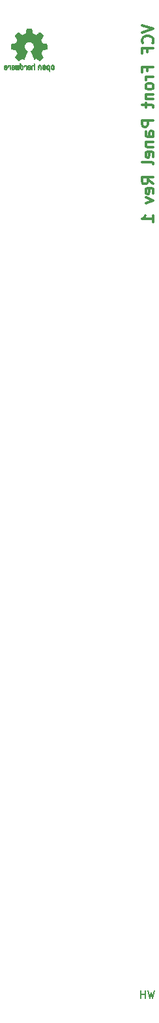
<source format=gbr>
G04 #@! TF.GenerationSoftware,KiCad,Pcbnew,(5.1.4-0-10_14)*
G04 #@! TF.CreationDate,2019-10-08T20:58:50-07:00*
G04 #@! TF.ProjectId,VCF_Front_Panel,5643465f-4672-46f6-9e74-5f50616e656c,rev?*
G04 #@! TF.SameCoordinates,Original*
G04 #@! TF.FileFunction,Legend,Bot*
G04 #@! TF.FilePolarity,Positive*
%FSLAX46Y46*%
G04 Gerber Fmt 4.6, Leading zero omitted, Abs format (unit mm)*
G04 Created by KiCad (PCBNEW (5.1.4-0-10_14)) date 2019-10-08 20:58:50*
%MOMM*%
%LPD*%
G04 APERTURE LIST*
%ADD10C,0.150000*%
%ADD11C,0.300000*%
%ADD12C,0.010000*%
G04 APERTURE END LIST*
D10*
X108013380Y-166330380D02*
X107775285Y-167330380D01*
X107584809Y-166616095D01*
X107394333Y-167330380D01*
X107156238Y-166330380D01*
X106775285Y-167330380D02*
X106775285Y-166330380D01*
X106775285Y-166806571D02*
X106203857Y-166806571D01*
X106203857Y-167330380D02*
X106203857Y-166330380D01*
D11*
X106366571Y-40828142D02*
X107866571Y-41328142D01*
X106366571Y-41828142D01*
X107723714Y-43185285D02*
X107795142Y-43113857D01*
X107866571Y-42899571D01*
X107866571Y-42756714D01*
X107795142Y-42542428D01*
X107652285Y-42399571D01*
X107509428Y-42328142D01*
X107223714Y-42256714D01*
X107009428Y-42256714D01*
X106723714Y-42328142D01*
X106580857Y-42399571D01*
X106438000Y-42542428D01*
X106366571Y-42756714D01*
X106366571Y-42899571D01*
X106438000Y-43113857D01*
X106509428Y-43185285D01*
X107080857Y-44328142D02*
X107080857Y-43828142D01*
X107866571Y-43828142D02*
X106366571Y-43828142D01*
X106366571Y-44542428D01*
X107080857Y-46756714D02*
X107080857Y-46256714D01*
X107866571Y-46256714D02*
X106366571Y-46256714D01*
X106366571Y-46971000D01*
X107866571Y-47542428D02*
X106866571Y-47542428D01*
X107152285Y-47542428D02*
X107009428Y-47613857D01*
X106938000Y-47685285D01*
X106866571Y-47828142D01*
X106866571Y-47971000D01*
X107866571Y-48685285D02*
X107795142Y-48542428D01*
X107723714Y-48471000D01*
X107580857Y-48399571D01*
X107152285Y-48399571D01*
X107009428Y-48471000D01*
X106938000Y-48542428D01*
X106866571Y-48685285D01*
X106866571Y-48899571D01*
X106938000Y-49042428D01*
X107009428Y-49113857D01*
X107152285Y-49185285D01*
X107580857Y-49185285D01*
X107723714Y-49113857D01*
X107795142Y-49042428D01*
X107866571Y-48899571D01*
X107866571Y-48685285D01*
X106866571Y-49828142D02*
X107866571Y-49828142D01*
X107009428Y-49828142D02*
X106938000Y-49899571D01*
X106866571Y-50042428D01*
X106866571Y-50256714D01*
X106938000Y-50399571D01*
X107080857Y-50471000D01*
X107866571Y-50471000D01*
X106866571Y-50971000D02*
X106866571Y-51542428D01*
X106366571Y-51185285D02*
X107652285Y-51185285D01*
X107795142Y-51256714D01*
X107866571Y-51399571D01*
X107866571Y-51542428D01*
X107866571Y-53185285D02*
X106366571Y-53185285D01*
X106366571Y-53756714D01*
X106438000Y-53899571D01*
X106509428Y-53971000D01*
X106652285Y-54042428D01*
X106866571Y-54042428D01*
X107009428Y-53971000D01*
X107080857Y-53899571D01*
X107152285Y-53756714D01*
X107152285Y-53185285D01*
X107866571Y-55328142D02*
X107080857Y-55328142D01*
X106938000Y-55256714D01*
X106866571Y-55113857D01*
X106866571Y-54828142D01*
X106938000Y-54685285D01*
X107795142Y-55328142D02*
X107866571Y-55185285D01*
X107866571Y-54828142D01*
X107795142Y-54685285D01*
X107652285Y-54613857D01*
X107509428Y-54613857D01*
X107366571Y-54685285D01*
X107295142Y-54828142D01*
X107295142Y-55185285D01*
X107223714Y-55328142D01*
X106866571Y-56042428D02*
X107866571Y-56042428D01*
X107009428Y-56042428D02*
X106938000Y-56113857D01*
X106866571Y-56256714D01*
X106866571Y-56471000D01*
X106938000Y-56613857D01*
X107080857Y-56685285D01*
X107866571Y-56685285D01*
X107795142Y-57971000D02*
X107866571Y-57828142D01*
X107866571Y-57542428D01*
X107795142Y-57399571D01*
X107652285Y-57328142D01*
X107080857Y-57328142D01*
X106938000Y-57399571D01*
X106866571Y-57542428D01*
X106866571Y-57828142D01*
X106938000Y-57971000D01*
X107080857Y-58042428D01*
X107223714Y-58042428D01*
X107366571Y-57328142D01*
X107866571Y-58899571D02*
X107795142Y-58756714D01*
X107652285Y-58685285D01*
X106366571Y-58685285D01*
X107866571Y-61471000D02*
X107152285Y-60971000D01*
X107866571Y-60613857D02*
X106366571Y-60613857D01*
X106366571Y-61185285D01*
X106438000Y-61328142D01*
X106509428Y-61399571D01*
X106652285Y-61471000D01*
X106866571Y-61471000D01*
X107009428Y-61399571D01*
X107080857Y-61328142D01*
X107152285Y-61185285D01*
X107152285Y-60613857D01*
X107795142Y-62685285D02*
X107866571Y-62542428D01*
X107866571Y-62256714D01*
X107795142Y-62113857D01*
X107652285Y-62042428D01*
X107080857Y-62042428D01*
X106938000Y-62113857D01*
X106866571Y-62256714D01*
X106866571Y-62542428D01*
X106938000Y-62685285D01*
X107080857Y-62756714D01*
X107223714Y-62756714D01*
X107366571Y-62042428D01*
X106866571Y-63256714D02*
X107866571Y-63613857D01*
X106866571Y-63971000D01*
X107866571Y-66471000D02*
X107866571Y-65613857D01*
X107866571Y-66042428D02*
X106366571Y-66042428D01*
X106580857Y-65899571D01*
X106723714Y-65756714D01*
X106795142Y-65613857D01*
D12*
G36*
X91590090Y-41311348D02*
G01*
X91511546Y-41311778D01*
X91454702Y-41312942D01*
X91415895Y-41315207D01*
X91391462Y-41318940D01*
X91377738Y-41324506D01*
X91371060Y-41332273D01*
X91367764Y-41342605D01*
X91367444Y-41343943D01*
X91362438Y-41368079D01*
X91353171Y-41415701D01*
X91340608Y-41481741D01*
X91325713Y-41561128D01*
X91309449Y-41648796D01*
X91308881Y-41651875D01*
X91292590Y-41737789D01*
X91277348Y-41813696D01*
X91264139Y-41875045D01*
X91253946Y-41917282D01*
X91247752Y-41935855D01*
X91247457Y-41936184D01*
X91229212Y-41945253D01*
X91191595Y-41960367D01*
X91142729Y-41978262D01*
X91142457Y-41978358D01*
X91080907Y-42001493D01*
X91008343Y-42030965D01*
X90939943Y-42060597D01*
X90936706Y-42062062D01*
X90825298Y-42112626D01*
X90578601Y-41944160D01*
X90502923Y-41892803D01*
X90434369Y-41846889D01*
X90376912Y-41809030D01*
X90334524Y-41781837D01*
X90311175Y-41767921D01*
X90308958Y-41766889D01*
X90291990Y-41771484D01*
X90260299Y-41793655D01*
X90212648Y-41834447D01*
X90147802Y-41894905D01*
X90081603Y-41959227D01*
X90017786Y-42022612D01*
X89960671Y-42080451D01*
X89913695Y-42129175D01*
X89880297Y-42165210D01*
X89863915Y-42184984D01*
X89863306Y-42186002D01*
X89861495Y-42199572D01*
X89868317Y-42221733D01*
X89885460Y-42255478D01*
X89914607Y-42303800D01*
X89957445Y-42369692D01*
X90014552Y-42454517D01*
X90065234Y-42529177D01*
X90110539Y-42596140D01*
X90147850Y-42651516D01*
X90174548Y-42691420D01*
X90188015Y-42711962D01*
X90188863Y-42713356D01*
X90187219Y-42733038D01*
X90174755Y-42771293D01*
X90153952Y-42820889D01*
X90146538Y-42836728D01*
X90114186Y-42907290D01*
X90079672Y-42987353D01*
X90051635Y-43056629D01*
X90031432Y-43108045D01*
X90015385Y-43147119D01*
X90006112Y-43167541D01*
X90004959Y-43169114D01*
X89987904Y-43171721D01*
X89947702Y-43178863D01*
X89889698Y-43189523D01*
X89819237Y-43202685D01*
X89741665Y-43217333D01*
X89662328Y-43232449D01*
X89586569Y-43247018D01*
X89519736Y-43260022D01*
X89467172Y-43270445D01*
X89434224Y-43277270D01*
X89426143Y-43279199D01*
X89417795Y-43283962D01*
X89411494Y-43294718D01*
X89406955Y-43315098D01*
X89403896Y-43348734D01*
X89402033Y-43399255D01*
X89401082Y-43470292D01*
X89400760Y-43565476D01*
X89400743Y-43604492D01*
X89400743Y-43921799D01*
X89476943Y-43936839D01*
X89519337Y-43944995D01*
X89582600Y-43956899D01*
X89659038Y-43971116D01*
X89740957Y-43986210D01*
X89763600Y-43990355D01*
X89839194Y-44005053D01*
X89905047Y-44019505D01*
X89955634Y-44032375D01*
X89985426Y-44042322D01*
X89990388Y-44045287D01*
X90002574Y-44066283D01*
X90020047Y-44106967D01*
X90039423Y-44159322D01*
X90043266Y-44170600D01*
X90068661Y-44240523D01*
X90100183Y-44319418D01*
X90131031Y-44390266D01*
X90131183Y-44390595D01*
X90182553Y-44501733D01*
X90013601Y-44750253D01*
X89844648Y-44998772D01*
X90061571Y-45216058D01*
X90127181Y-45280726D01*
X90187021Y-45337733D01*
X90237733Y-45384033D01*
X90275954Y-45416584D01*
X90298325Y-45432343D01*
X90301534Y-45433343D01*
X90320374Y-45425469D01*
X90358820Y-45403578D01*
X90412670Y-45370267D01*
X90477724Y-45328131D01*
X90548060Y-45280943D01*
X90619445Y-45232810D01*
X90683092Y-45190928D01*
X90734959Y-45157871D01*
X90771005Y-45136218D01*
X90787133Y-45128543D01*
X90806811Y-45135037D01*
X90844125Y-45152150D01*
X90891379Y-45176326D01*
X90896388Y-45179013D01*
X90960023Y-45210927D01*
X91003659Y-45226579D01*
X91030798Y-45226745D01*
X91044943Y-45212204D01*
X91045025Y-45212000D01*
X91052095Y-45194779D01*
X91068958Y-45153899D01*
X91094305Y-45092525D01*
X91126829Y-45013819D01*
X91165222Y-44920947D01*
X91208178Y-44817072D01*
X91249778Y-44716502D01*
X91295496Y-44605516D01*
X91337474Y-44502703D01*
X91374452Y-44411215D01*
X91405173Y-44334201D01*
X91428378Y-44274815D01*
X91442810Y-44236209D01*
X91447257Y-44221800D01*
X91436104Y-44205272D01*
X91406931Y-44178930D01*
X91368029Y-44149887D01*
X91257243Y-44058039D01*
X91170649Y-43952759D01*
X91109284Y-43836266D01*
X91074185Y-43710776D01*
X91066392Y-43578507D01*
X91072057Y-43517457D01*
X91102922Y-43390795D01*
X91156080Y-43278941D01*
X91228233Y-43183001D01*
X91316083Y-43104076D01*
X91416335Y-43043270D01*
X91525690Y-43001687D01*
X91640853Y-42980428D01*
X91758525Y-42980599D01*
X91875410Y-43003301D01*
X91988211Y-43049638D01*
X92093631Y-43120713D01*
X92137632Y-43160911D01*
X92222021Y-43264129D01*
X92280778Y-43376925D01*
X92314296Y-43496010D01*
X92322965Y-43618095D01*
X92307177Y-43739893D01*
X92267322Y-43858116D01*
X92203793Y-43969475D01*
X92116979Y-44070684D01*
X92019971Y-44149887D01*
X91979563Y-44180162D01*
X91951018Y-44206219D01*
X91940743Y-44221825D01*
X91946123Y-44238843D01*
X91961425Y-44279500D01*
X91985388Y-44340642D01*
X92016756Y-44419119D01*
X92054268Y-44511780D01*
X92096667Y-44615472D01*
X92138337Y-44716526D01*
X92184310Y-44827607D01*
X92226893Y-44930541D01*
X92264779Y-45022165D01*
X92296660Y-45099316D01*
X92321229Y-45158831D01*
X92337180Y-45197544D01*
X92343090Y-45212000D01*
X92357052Y-45226685D01*
X92384060Y-45226642D01*
X92427587Y-45211099D01*
X92491110Y-45179284D01*
X92491612Y-45179013D01*
X92539440Y-45154323D01*
X92578103Y-45136338D01*
X92599905Y-45128614D01*
X92600867Y-45128543D01*
X92617279Y-45136378D01*
X92653513Y-45158165D01*
X92705526Y-45191328D01*
X92769275Y-45233291D01*
X92839940Y-45280943D01*
X92911884Y-45329191D01*
X92976726Y-45371151D01*
X93030265Y-45404227D01*
X93068303Y-45425821D01*
X93086467Y-45433343D01*
X93103192Y-45423457D01*
X93136820Y-45395826D01*
X93183990Y-45353495D01*
X93241342Y-45299505D01*
X93305516Y-45236899D01*
X93326503Y-45215983D01*
X93543501Y-44998623D01*
X93378332Y-44756220D01*
X93328136Y-44681781D01*
X93284081Y-44614972D01*
X93248638Y-44559665D01*
X93224281Y-44519729D01*
X93213478Y-44499036D01*
X93213162Y-44497563D01*
X93218857Y-44478058D01*
X93234174Y-44438822D01*
X93256463Y-44386430D01*
X93272107Y-44351355D01*
X93301359Y-44284201D01*
X93328906Y-44216358D01*
X93350263Y-44159034D01*
X93356065Y-44141572D01*
X93372548Y-44094938D01*
X93388660Y-44058905D01*
X93397510Y-44045287D01*
X93417040Y-44036952D01*
X93459666Y-44025137D01*
X93519855Y-44011181D01*
X93592078Y-43996422D01*
X93624400Y-43990355D01*
X93706478Y-43975273D01*
X93785205Y-43960669D01*
X93852891Y-43947980D01*
X93901840Y-43938642D01*
X93911057Y-43936839D01*
X93987257Y-43921799D01*
X93987257Y-43604492D01*
X93987086Y-43500154D01*
X93986384Y-43421213D01*
X93984866Y-43364038D01*
X93982251Y-43324999D01*
X93978254Y-43300465D01*
X93972591Y-43286805D01*
X93964980Y-43280389D01*
X93961857Y-43279199D01*
X93943022Y-43274980D01*
X93901412Y-43266562D01*
X93842370Y-43254961D01*
X93771243Y-43241195D01*
X93693375Y-43226280D01*
X93614113Y-43211232D01*
X93538802Y-43197069D01*
X93472787Y-43184806D01*
X93421413Y-43175461D01*
X93390025Y-43170050D01*
X93383041Y-43169114D01*
X93376715Y-43156596D01*
X93362710Y-43123246D01*
X93343645Y-43075377D01*
X93336366Y-43056629D01*
X93307004Y-42984195D01*
X93272429Y-42904170D01*
X93241463Y-42836728D01*
X93218677Y-42785159D01*
X93203518Y-42742785D01*
X93198458Y-42716834D01*
X93199264Y-42713356D01*
X93209959Y-42696936D01*
X93234380Y-42660417D01*
X93269905Y-42607687D01*
X93313913Y-42542635D01*
X93363783Y-42469151D01*
X93373644Y-42454645D01*
X93431508Y-42368704D01*
X93474044Y-42303261D01*
X93502946Y-42255304D01*
X93519910Y-42221820D01*
X93526633Y-42199795D01*
X93524810Y-42186217D01*
X93524764Y-42186131D01*
X93510414Y-42168297D01*
X93478677Y-42133817D01*
X93432990Y-42086268D01*
X93376796Y-42029222D01*
X93313532Y-41966255D01*
X93306398Y-41959227D01*
X93226670Y-41882020D01*
X93165143Y-41825330D01*
X93120579Y-41788110D01*
X93091743Y-41769315D01*
X93079042Y-41766889D01*
X93060506Y-41777471D01*
X93022039Y-41801916D01*
X92967614Y-41837612D01*
X92901202Y-41881947D01*
X92826775Y-41932311D01*
X92809399Y-41944160D01*
X92562703Y-42112626D01*
X92451294Y-42062062D01*
X92383543Y-42032595D01*
X92310817Y-42002959D01*
X92248297Y-41979330D01*
X92245543Y-41978358D01*
X92196640Y-41960457D01*
X92158943Y-41945320D01*
X92140575Y-41936210D01*
X92140544Y-41936184D01*
X92134715Y-41919717D01*
X92124808Y-41879219D01*
X92111805Y-41819242D01*
X92096691Y-41744340D01*
X92080448Y-41659064D01*
X92079119Y-41651875D01*
X92062825Y-41564014D01*
X92047867Y-41484260D01*
X92035209Y-41417681D01*
X92025814Y-41369347D01*
X92020646Y-41344325D01*
X92020556Y-41343943D01*
X92017411Y-41333299D01*
X92011296Y-41325262D01*
X91998547Y-41319467D01*
X91975500Y-41315547D01*
X91938491Y-41313135D01*
X91883856Y-41311865D01*
X91807933Y-41311371D01*
X91707056Y-41311286D01*
X91694000Y-41311286D01*
X91590090Y-41311348D01*
X91590090Y-41311348D01*
G37*
X91590090Y-41311348D02*
X91511546Y-41311778D01*
X91454702Y-41312942D01*
X91415895Y-41315207D01*
X91391462Y-41318940D01*
X91377738Y-41324506D01*
X91371060Y-41332273D01*
X91367764Y-41342605D01*
X91367444Y-41343943D01*
X91362438Y-41368079D01*
X91353171Y-41415701D01*
X91340608Y-41481741D01*
X91325713Y-41561128D01*
X91309449Y-41648796D01*
X91308881Y-41651875D01*
X91292590Y-41737789D01*
X91277348Y-41813696D01*
X91264139Y-41875045D01*
X91253946Y-41917282D01*
X91247752Y-41935855D01*
X91247457Y-41936184D01*
X91229212Y-41945253D01*
X91191595Y-41960367D01*
X91142729Y-41978262D01*
X91142457Y-41978358D01*
X91080907Y-42001493D01*
X91008343Y-42030965D01*
X90939943Y-42060597D01*
X90936706Y-42062062D01*
X90825298Y-42112626D01*
X90578601Y-41944160D01*
X90502923Y-41892803D01*
X90434369Y-41846889D01*
X90376912Y-41809030D01*
X90334524Y-41781837D01*
X90311175Y-41767921D01*
X90308958Y-41766889D01*
X90291990Y-41771484D01*
X90260299Y-41793655D01*
X90212648Y-41834447D01*
X90147802Y-41894905D01*
X90081603Y-41959227D01*
X90017786Y-42022612D01*
X89960671Y-42080451D01*
X89913695Y-42129175D01*
X89880297Y-42165210D01*
X89863915Y-42184984D01*
X89863306Y-42186002D01*
X89861495Y-42199572D01*
X89868317Y-42221733D01*
X89885460Y-42255478D01*
X89914607Y-42303800D01*
X89957445Y-42369692D01*
X90014552Y-42454517D01*
X90065234Y-42529177D01*
X90110539Y-42596140D01*
X90147850Y-42651516D01*
X90174548Y-42691420D01*
X90188015Y-42711962D01*
X90188863Y-42713356D01*
X90187219Y-42733038D01*
X90174755Y-42771293D01*
X90153952Y-42820889D01*
X90146538Y-42836728D01*
X90114186Y-42907290D01*
X90079672Y-42987353D01*
X90051635Y-43056629D01*
X90031432Y-43108045D01*
X90015385Y-43147119D01*
X90006112Y-43167541D01*
X90004959Y-43169114D01*
X89987904Y-43171721D01*
X89947702Y-43178863D01*
X89889698Y-43189523D01*
X89819237Y-43202685D01*
X89741665Y-43217333D01*
X89662328Y-43232449D01*
X89586569Y-43247018D01*
X89519736Y-43260022D01*
X89467172Y-43270445D01*
X89434224Y-43277270D01*
X89426143Y-43279199D01*
X89417795Y-43283962D01*
X89411494Y-43294718D01*
X89406955Y-43315098D01*
X89403896Y-43348734D01*
X89402033Y-43399255D01*
X89401082Y-43470292D01*
X89400760Y-43565476D01*
X89400743Y-43604492D01*
X89400743Y-43921799D01*
X89476943Y-43936839D01*
X89519337Y-43944995D01*
X89582600Y-43956899D01*
X89659038Y-43971116D01*
X89740957Y-43986210D01*
X89763600Y-43990355D01*
X89839194Y-44005053D01*
X89905047Y-44019505D01*
X89955634Y-44032375D01*
X89985426Y-44042322D01*
X89990388Y-44045287D01*
X90002574Y-44066283D01*
X90020047Y-44106967D01*
X90039423Y-44159322D01*
X90043266Y-44170600D01*
X90068661Y-44240523D01*
X90100183Y-44319418D01*
X90131031Y-44390266D01*
X90131183Y-44390595D01*
X90182553Y-44501733D01*
X90013601Y-44750253D01*
X89844648Y-44998772D01*
X90061571Y-45216058D01*
X90127181Y-45280726D01*
X90187021Y-45337733D01*
X90237733Y-45384033D01*
X90275954Y-45416584D01*
X90298325Y-45432343D01*
X90301534Y-45433343D01*
X90320374Y-45425469D01*
X90358820Y-45403578D01*
X90412670Y-45370267D01*
X90477724Y-45328131D01*
X90548060Y-45280943D01*
X90619445Y-45232810D01*
X90683092Y-45190928D01*
X90734959Y-45157871D01*
X90771005Y-45136218D01*
X90787133Y-45128543D01*
X90806811Y-45135037D01*
X90844125Y-45152150D01*
X90891379Y-45176326D01*
X90896388Y-45179013D01*
X90960023Y-45210927D01*
X91003659Y-45226579D01*
X91030798Y-45226745D01*
X91044943Y-45212204D01*
X91045025Y-45212000D01*
X91052095Y-45194779D01*
X91068958Y-45153899D01*
X91094305Y-45092525D01*
X91126829Y-45013819D01*
X91165222Y-44920947D01*
X91208178Y-44817072D01*
X91249778Y-44716502D01*
X91295496Y-44605516D01*
X91337474Y-44502703D01*
X91374452Y-44411215D01*
X91405173Y-44334201D01*
X91428378Y-44274815D01*
X91442810Y-44236209D01*
X91447257Y-44221800D01*
X91436104Y-44205272D01*
X91406931Y-44178930D01*
X91368029Y-44149887D01*
X91257243Y-44058039D01*
X91170649Y-43952759D01*
X91109284Y-43836266D01*
X91074185Y-43710776D01*
X91066392Y-43578507D01*
X91072057Y-43517457D01*
X91102922Y-43390795D01*
X91156080Y-43278941D01*
X91228233Y-43183001D01*
X91316083Y-43104076D01*
X91416335Y-43043270D01*
X91525690Y-43001687D01*
X91640853Y-42980428D01*
X91758525Y-42980599D01*
X91875410Y-43003301D01*
X91988211Y-43049638D01*
X92093631Y-43120713D01*
X92137632Y-43160911D01*
X92222021Y-43264129D01*
X92280778Y-43376925D01*
X92314296Y-43496010D01*
X92322965Y-43618095D01*
X92307177Y-43739893D01*
X92267322Y-43858116D01*
X92203793Y-43969475D01*
X92116979Y-44070684D01*
X92019971Y-44149887D01*
X91979563Y-44180162D01*
X91951018Y-44206219D01*
X91940743Y-44221825D01*
X91946123Y-44238843D01*
X91961425Y-44279500D01*
X91985388Y-44340642D01*
X92016756Y-44419119D01*
X92054268Y-44511780D01*
X92096667Y-44615472D01*
X92138337Y-44716526D01*
X92184310Y-44827607D01*
X92226893Y-44930541D01*
X92264779Y-45022165D01*
X92296660Y-45099316D01*
X92321229Y-45158831D01*
X92337180Y-45197544D01*
X92343090Y-45212000D01*
X92357052Y-45226685D01*
X92384060Y-45226642D01*
X92427587Y-45211099D01*
X92491110Y-45179284D01*
X92491612Y-45179013D01*
X92539440Y-45154323D01*
X92578103Y-45136338D01*
X92599905Y-45128614D01*
X92600867Y-45128543D01*
X92617279Y-45136378D01*
X92653513Y-45158165D01*
X92705526Y-45191328D01*
X92769275Y-45233291D01*
X92839940Y-45280943D01*
X92911884Y-45329191D01*
X92976726Y-45371151D01*
X93030265Y-45404227D01*
X93068303Y-45425821D01*
X93086467Y-45433343D01*
X93103192Y-45423457D01*
X93136820Y-45395826D01*
X93183990Y-45353495D01*
X93241342Y-45299505D01*
X93305516Y-45236899D01*
X93326503Y-45215983D01*
X93543501Y-44998623D01*
X93378332Y-44756220D01*
X93328136Y-44681781D01*
X93284081Y-44614972D01*
X93248638Y-44559665D01*
X93224281Y-44519729D01*
X93213478Y-44499036D01*
X93213162Y-44497563D01*
X93218857Y-44478058D01*
X93234174Y-44438822D01*
X93256463Y-44386430D01*
X93272107Y-44351355D01*
X93301359Y-44284201D01*
X93328906Y-44216358D01*
X93350263Y-44159034D01*
X93356065Y-44141572D01*
X93372548Y-44094938D01*
X93388660Y-44058905D01*
X93397510Y-44045287D01*
X93417040Y-44036952D01*
X93459666Y-44025137D01*
X93519855Y-44011181D01*
X93592078Y-43996422D01*
X93624400Y-43990355D01*
X93706478Y-43975273D01*
X93785205Y-43960669D01*
X93852891Y-43947980D01*
X93901840Y-43938642D01*
X93911057Y-43936839D01*
X93987257Y-43921799D01*
X93987257Y-43604492D01*
X93987086Y-43500154D01*
X93986384Y-43421213D01*
X93984866Y-43364038D01*
X93982251Y-43324999D01*
X93978254Y-43300465D01*
X93972591Y-43286805D01*
X93964980Y-43280389D01*
X93961857Y-43279199D01*
X93943022Y-43274980D01*
X93901412Y-43266562D01*
X93842370Y-43254961D01*
X93771243Y-43241195D01*
X93693375Y-43226280D01*
X93614113Y-43211232D01*
X93538802Y-43197069D01*
X93472787Y-43184806D01*
X93421413Y-43175461D01*
X93390025Y-43170050D01*
X93383041Y-43169114D01*
X93376715Y-43156596D01*
X93362710Y-43123246D01*
X93343645Y-43075377D01*
X93336366Y-43056629D01*
X93307004Y-42984195D01*
X93272429Y-42904170D01*
X93241463Y-42836728D01*
X93218677Y-42785159D01*
X93203518Y-42742785D01*
X93198458Y-42716834D01*
X93199264Y-42713356D01*
X93209959Y-42696936D01*
X93234380Y-42660417D01*
X93269905Y-42607687D01*
X93313913Y-42542635D01*
X93363783Y-42469151D01*
X93373644Y-42454645D01*
X93431508Y-42368704D01*
X93474044Y-42303261D01*
X93502946Y-42255304D01*
X93519910Y-42221820D01*
X93526633Y-42199795D01*
X93524810Y-42186217D01*
X93524764Y-42186131D01*
X93510414Y-42168297D01*
X93478677Y-42133817D01*
X93432990Y-42086268D01*
X93376796Y-42029222D01*
X93313532Y-41966255D01*
X93306398Y-41959227D01*
X93226670Y-41882020D01*
X93165143Y-41825330D01*
X93120579Y-41788110D01*
X93091743Y-41769315D01*
X93079042Y-41766889D01*
X93060506Y-41777471D01*
X93022039Y-41801916D01*
X92967614Y-41837612D01*
X92901202Y-41881947D01*
X92826775Y-41932311D01*
X92809399Y-41944160D01*
X92562703Y-42112626D01*
X92451294Y-42062062D01*
X92383543Y-42032595D01*
X92310817Y-42002959D01*
X92248297Y-41979330D01*
X92245543Y-41978358D01*
X92196640Y-41960457D01*
X92158943Y-41945320D01*
X92140575Y-41936210D01*
X92140544Y-41936184D01*
X92134715Y-41919717D01*
X92124808Y-41879219D01*
X92111805Y-41819242D01*
X92096691Y-41744340D01*
X92080448Y-41659064D01*
X92079119Y-41651875D01*
X92062825Y-41564014D01*
X92047867Y-41484260D01*
X92035209Y-41417681D01*
X92025814Y-41369347D01*
X92020646Y-41344325D01*
X92020556Y-41343943D01*
X92017411Y-41333299D01*
X92011296Y-41325262D01*
X91998547Y-41319467D01*
X91975500Y-41315547D01*
X91938491Y-41313135D01*
X91883856Y-41311865D01*
X91807933Y-41311371D01*
X91707056Y-41311286D01*
X91694000Y-41311286D01*
X91590090Y-41311348D01*
G36*
X88540405Y-46035966D02*
G01*
X88482979Y-46073497D01*
X88455281Y-46107096D01*
X88433338Y-46168064D01*
X88431595Y-46216308D01*
X88435543Y-46280816D01*
X88584314Y-46345934D01*
X88656651Y-46379202D01*
X88703916Y-46405964D01*
X88728493Y-46429144D01*
X88732763Y-46451667D01*
X88719111Y-46476455D01*
X88704057Y-46492886D01*
X88660254Y-46519235D01*
X88612611Y-46521081D01*
X88568855Y-46500546D01*
X88536711Y-46459752D01*
X88530962Y-46445347D01*
X88503424Y-46400356D01*
X88471742Y-46381182D01*
X88428286Y-46364779D01*
X88428286Y-46426966D01*
X88432128Y-46469283D01*
X88447177Y-46504969D01*
X88478720Y-46545943D01*
X88483408Y-46551267D01*
X88518494Y-46587720D01*
X88548653Y-46607283D01*
X88586385Y-46616283D01*
X88617665Y-46619230D01*
X88673615Y-46619965D01*
X88713445Y-46610660D01*
X88738292Y-46596846D01*
X88777344Y-46566467D01*
X88804375Y-46533613D01*
X88821483Y-46492294D01*
X88830762Y-46436521D01*
X88834307Y-46360305D01*
X88834590Y-46321622D01*
X88833628Y-46275247D01*
X88745993Y-46275247D01*
X88744977Y-46300126D01*
X88742444Y-46304200D01*
X88725726Y-46298665D01*
X88689751Y-46284017D01*
X88641669Y-46263190D01*
X88631614Y-46258714D01*
X88570848Y-46227814D01*
X88537368Y-46200657D01*
X88530010Y-46175220D01*
X88547609Y-46149481D01*
X88562144Y-46138109D01*
X88614590Y-46115364D01*
X88663678Y-46119122D01*
X88704773Y-46146884D01*
X88733242Y-46196152D01*
X88742369Y-46235257D01*
X88745993Y-46275247D01*
X88833628Y-46275247D01*
X88832715Y-46231249D01*
X88825804Y-46164384D01*
X88812116Y-46115695D01*
X88789904Y-46079849D01*
X88757426Y-46051513D01*
X88743267Y-46042355D01*
X88678947Y-46018507D01*
X88608527Y-46017006D01*
X88540405Y-46035966D01*
X88540405Y-46035966D01*
G37*
X88540405Y-46035966D02*
X88482979Y-46073497D01*
X88455281Y-46107096D01*
X88433338Y-46168064D01*
X88431595Y-46216308D01*
X88435543Y-46280816D01*
X88584314Y-46345934D01*
X88656651Y-46379202D01*
X88703916Y-46405964D01*
X88728493Y-46429144D01*
X88732763Y-46451667D01*
X88719111Y-46476455D01*
X88704057Y-46492886D01*
X88660254Y-46519235D01*
X88612611Y-46521081D01*
X88568855Y-46500546D01*
X88536711Y-46459752D01*
X88530962Y-46445347D01*
X88503424Y-46400356D01*
X88471742Y-46381182D01*
X88428286Y-46364779D01*
X88428286Y-46426966D01*
X88432128Y-46469283D01*
X88447177Y-46504969D01*
X88478720Y-46545943D01*
X88483408Y-46551267D01*
X88518494Y-46587720D01*
X88548653Y-46607283D01*
X88586385Y-46616283D01*
X88617665Y-46619230D01*
X88673615Y-46619965D01*
X88713445Y-46610660D01*
X88738292Y-46596846D01*
X88777344Y-46566467D01*
X88804375Y-46533613D01*
X88821483Y-46492294D01*
X88830762Y-46436521D01*
X88834307Y-46360305D01*
X88834590Y-46321622D01*
X88833628Y-46275247D01*
X88745993Y-46275247D01*
X88744977Y-46300126D01*
X88742444Y-46304200D01*
X88725726Y-46298665D01*
X88689751Y-46284017D01*
X88641669Y-46263190D01*
X88631614Y-46258714D01*
X88570848Y-46227814D01*
X88537368Y-46200657D01*
X88530010Y-46175220D01*
X88547609Y-46149481D01*
X88562144Y-46138109D01*
X88614590Y-46115364D01*
X88663678Y-46119122D01*
X88704773Y-46146884D01*
X88733242Y-46196152D01*
X88742369Y-46235257D01*
X88745993Y-46275247D01*
X88833628Y-46275247D01*
X88832715Y-46231249D01*
X88825804Y-46164384D01*
X88812116Y-46115695D01*
X88789904Y-46079849D01*
X88757426Y-46051513D01*
X88743267Y-46042355D01*
X88678947Y-46018507D01*
X88608527Y-46017006D01*
X88540405Y-46035966D01*
G36*
X89041400Y-46027752D02*
G01*
X89024052Y-46035334D01*
X88982644Y-46068128D01*
X88947235Y-46115547D01*
X88925336Y-46166151D01*
X88921771Y-46191098D01*
X88933721Y-46225927D01*
X88959933Y-46244357D01*
X88988036Y-46255516D01*
X89000905Y-46257572D01*
X89007171Y-46242649D01*
X89019544Y-46210175D01*
X89024972Y-46195502D01*
X89055410Y-46144744D01*
X89099480Y-46119427D01*
X89155990Y-46120206D01*
X89160175Y-46121203D01*
X89190345Y-46135507D01*
X89212524Y-46163393D01*
X89227673Y-46208287D01*
X89236750Y-46273615D01*
X89240714Y-46362804D01*
X89241086Y-46410261D01*
X89241270Y-46485071D01*
X89242478Y-46536069D01*
X89245691Y-46568471D01*
X89251891Y-46587495D01*
X89262060Y-46598356D01*
X89277181Y-46606272D01*
X89278054Y-46606670D01*
X89307172Y-46618981D01*
X89321597Y-46623514D01*
X89323814Y-46609809D01*
X89325711Y-46571925D01*
X89327153Y-46514715D01*
X89328002Y-46443027D01*
X89328171Y-46390565D01*
X89327308Y-46289047D01*
X89323930Y-46212032D01*
X89316858Y-46155023D01*
X89304912Y-46113526D01*
X89286910Y-46083043D01*
X89261673Y-46059080D01*
X89236753Y-46042355D01*
X89176829Y-46020097D01*
X89107089Y-46015076D01*
X89041400Y-46027752D01*
X89041400Y-46027752D01*
G37*
X89041400Y-46027752D02*
X89024052Y-46035334D01*
X88982644Y-46068128D01*
X88947235Y-46115547D01*
X88925336Y-46166151D01*
X88921771Y-46191098D01*
X88933721Y-46225927D01*
X88959933Y-46244357D01*
X88988036Y-46255516D01*
X89000905Y-46257572D01*
X89007171Y-46242649D01*
X89019544Y-46210175D01*
X89024972Y-46195502D01*
X89055410Y-46144744D01*
X89099480Y-46119427D01*
X89155990Y-46120206D01*
X89160175Y-46121203D01*
X89190345Y-46135507D01*
X89212524Y-46163393D01*
X89227673Y-46208287D01*
X89236750Y-46273615D01*
X89240714Y-46362804D01*
X89241086Y-46410261D01*
X89241270Y-46485071D01*
X89242478Y-46536069D01*
X89245691Y-46568471D01*
X89251891Y-46587495D01*
X89262060Y-46598356D01*
X89277181Y-46606272D01*
X89278054Y-46606670D01*
X89307172Y-46618981D01*
X89321597Y-46623514D01*
X89323814Y-46609809D01*
X89325711Y-46571925D01*
X89327153Y-46514715D01*
X89328002Y-46443027D01*
X89328171Y-46390565D01*
X89327308Y-46289047D01*
X89323930Y-46212032D01*
X89316858Y-46155023D01*
X89304912Y-46113526D01*
X89286910Y-46083043D01*
X89261673Y-46059080D01*
X89236753Y-46042355D01*
X89176829Y-46020097D01*
X89107089Y-46015076D01*
X89041400Y-46027752D01*
G36*
X89549124Y-46025335D02*
G01*
X89507333Y-46044344D01*
X89474531Y-46067378D01*
X89450497Y-46093133D01*
X89433903Y-46126358D01*
X89423423Y-46171800D01*
X89417729Y-46234207D01*
X89415493Y-46318327D01*
X89415257Y-46373721D01*
X89415257Y-46589826D01*
X89452226Y-46606670D01*
X89481344Y-46618981D01*
X89495769Y-46623514D01*
X89498528Y-46610025D01*
X89500718Y-46573653D01*
X89502058Y-46520542D01*
X89502343Y-46478372D01*
X89503566Y-46417447D01*
X89506864Y-46369115D01*
X89511679Y-46339518D01*
X89515504Y-46333229D01*
X89541217Y-46339652D01*
X89581582Y-46356125D01*
X89628321Y-46378458D01*
X89673155Y-46402457D01*
X89707807Y-46423930D01*
X89723998Y-46438685D01*
X89724062Y-46438845D01*
X89722670Y-46466152D01*
X89710182Y-46492219D01*
X89688257Y-46513392D01*
X89656257Y-46520474D01*
X89628908Y-46519649D01*
X89590174Y-46519042D01*
X89569842Y-46528116D01*
X89557631Y-46552092D01*
X89556091Y-46556613D01*
X89550797Y-46590806D01*
X89564953Y-46611568D01*
X89601852Y-46621462D01*
X89641711Y-46623292D01*
X89713438Y-46609727D01*
X89750568Y-46590355D01*
X89796424Y-46544845D01*
X89820744Y-46488983D01*
X89822927Y-46429957D01*
X89802371Y-46374953D01*
X89771451Y-46340486D01*
X89740580Y-46321189D01*
X89692058Y-46296759D01*
X89635515Y-46271985D01*
X89626090Y-46268199D01*
X89563981Y-46240791D01*
X89528178Y-46216634D01*
X89516663Y-46192619D01*
X89527420Y-46165635D01*
X89545886Y-46144543D01*
X89589531Y-46118572D01*
X89637554Y-46116624D01*
X89681594Y-46136637D01*
X89713291Y-46176551D01*
X89717451Y-46186848D01*
X89741673Y-46224724D01*
X89777035Y-46252842D01*
X89821657Y-46275917D01*
X89821657Y-46210485D01*
X89819031Y-46170506D01*
X89807770Y-46138997D01*
X89782801Y-46105378D01*
X89758831Y-46079484D01*
X89721559Y-46042817D01*
X89692599Y-46023121D01*
X89661495Y-46015220D01*
X89626287Y-46013914D01*
X89549124Y-46025335D01*
X89549124Y-46025335D01*
G37*
X89549124Y-46025335D02*
X89507333Y-46044344D01*
X89474531Y-46067378D01*
X89450497Y-46093133D01*
X89433903Y-46126358D01*
X89423423Y-46171800D01*
X89417729Y-46234207D01*
X89415493Y-46318327D01*
X89415257Y-46373721D01*
X89415257Y-46589826D01*
X89452226Y-46606670D01*
X89481344Y-46618981D01*
X89495769Y-46623514D01*
X89498528Y-46610025D01*
X89500718Y-46573653D01*
X89502058Y-46520542D01*
X89502343Y-46478372D01*
X89503566Y-46417447D01*
X89506864Y-46369115D01*
X89511679Y-46339518D01*
X89515504Y-46333229D01*
X89541217Y-46339652D01*
X89581582Y-46356125D01*
X89628321Y-46378458D01*
X89673155Y-46402457D01*
X89707807Y-46423930D01*
X89723998Y-46438685D01*
X89724062Y-46438845D01*
X89722670Y-46466152D01*
X89710182Y-46492219D01*
X89688257Y-46513392D01*
X89656257Y-46520474D01*
X89628908Y-46519649D01*
X89590174Y-46519042D01*
X89569842Y-46528116D01*
X89557631Y-46552092D01*
X89556091Y-46556613D01*
X89550797Y-46590806D01*
X89564953Y-46611568D01*
X89601852Y-46621462D01*
X89641711Y-46623292D01*
X89713438Y-46609727D01*
X89750568Y-46590355D01*
X89796424Y-46544845D01*
X89820744Y-46488983D01*
X89822927Y-46429957D01*
X89802371Y-46374953D01*
X89771451Y-46340486D01*
X89740580Y-46321189D01*
X89692058Y-46296759D01*
X89635515Y-46271985D01*
X89626090Y-46268199D01*
X89563981Y-46240791D01*
X89528178Y-46216634D01*
X89516663Y-46192619D01*
X89527420Y-46165635D01*
X89545886Y-46144543D01*
X89589531Y-46118572D01*
X89637554Y-46116624D01*
X89681594Y-46136637D01*
X89713291Y-46176551D01*
X89717451Y-46186848D01*
X89741673Y-46224724D01*
X89777035Y-46252842D01*
X89821657Y-46275917D01*
X89821657Y-46210485D01*
X89819031Y-46170506D01*
X89807770Y-46138997D01*
X89782801Y-46105378D01*
X89758831Y-46079484D01*
X89721559Y-46042817D01*
X89692599Y-46023121D01*
X89661495Y-46015220D01*
X89626287Y-46013914D01*
X89549124Y-46025335D01*
G36*
X89914167Y-46027663D02*
G01*
X89911952Y-46065850D01*
X89910216Y-46123886D01*
X89909101Y-46197180D01*
X89908743Y-46274055D01*
X89908743Y-46534196D01*
X89954674Y-46580127D01*
X89986325Y-46608429D01*
X90014110Y-46619893D01*
X90052085Y-46619168D01*
X90067160Y-46617321D01*
X90114274Y-46611948D01*
X90153244Y-46608869D01*
X90162743Y-46608585D01*
X90194767Y-46610445D01*
X90240568Y-46615114D01*
X90258326Y-46617321D01*
X90301943Y-46620735D01*
X90331255Y-46613320D01*
X90360320Y-46590427D01*
X90370812Y-46580127D01*
X90416743Y-46534196D01*
X90416743Y-46047602D01*
X90379774Y-46030758D01*
X90347941Y-46018282D01*
X90329317Y-46013914D01*
X90324542Y-46027718D01*
X90320079Y-46066286D01*
X90316225Y-46125356D01*
X90313278Y-46200663D01*
X90311857Y-46264286D01*
X90307886Y-46514657D01*
X90273241Y-46519556D01*
X90241732Y-46516131D01*
X90226292Y-46505041D01*
X90221977Y-46484308D01*
X90218292Y-46440145D01*
X90215531Y-46378146D01*
X90213988Y-46303909D01*
X90213765Y-46265706D01*
X90213543Y-46045783D01*
X90167834Y-46029849D01*
X90135482Y-46019015D01*
X90117885Y-46013962D01*
X90117377Y-46013914D01*
X90115612Y-46027648D01*
X90113671Y-46065730D01*
X90111718Y-46123482D01*
X90109916Y-46196227D01*
X90108657Y-46264286D01*
X90104686Y-46514657D01*
X90017600Y-46514657D01*
X90013604Y-46286240D01*
X90009608Y-46057822D01*
X89967153Y-46035868D01*
X89935808Y-46020793D01*
X89917256Y-46013951D01*
X89916721Y-46013914D01*
X89914167Y-46027663D01*
X89914167Y-46027663D01*
G37*
X89914167Y-46027663D02*
X89911952Y-46065850D01*
X89910216Y-46123886D01*
X89909101Y-46197180D01*
X89908743Y-46274055D01*
X89908743Y-46534196D01*
X89954674Y-46580127D01*
X89986325Y-46608429D01*
X90014110Y-46619893D01*
X90052085Y-46619168D01*
X90067160Y-46617321D01*
X90114274Y-46611948D01*
X90153244Y-46608869D01*
X90162743Y-46608585D01*
X90194767Y-46610445D01*
X90240568Y-46615114D01*
X90258326Y-46617321D01*
X90301943Y-46620735D01*
X90331255Y-46613320D01*
X90360320Y-46590427D01*
X90370812Y-46580127D01*
X90416743Y-46534196D01*
X90416743Y-46047602D01*
X90379774Y-46030758D01*
X90347941Y-46018282D01*
X90329317Y-46013914D01*
X90324542Y-46027718D01*
X90320079Y-46066286D01*
X90316225Y-46125356D01*
X90313278Y-46200663D01*
X90311857Y-46264286D01*
X90307886Y-46514657D01*
X90273241Y-46519556D01*
X90241732Y-46516131D01*
X90226292Y-46505041D01*
X90221977Y-46484308D01*
X90218292Y-46440145D01*
X90215531Y-46378146D01*
X90213988Y-46303909D01*
X90213765Y-46265706D01*
X90213543Y-46045783D01*
X90167834Y-46029849D01*
X90135482Y-46019015D01*
X90117885Y-46013962D01*
X90117377Y-46013914D01*
X90115612Y-46027648D01*
X90113671Y-46065730D01*
X90111718Y-46123482D01*
X90109916Y-46196227D01*
X90108657Y-46264286D01*
X90104686Y-46514657D01*
X90017600Y-46514657D01*
X90013604Y-46286240D01*
X90009608Y-46057822D01*
X89967153Y-46035868D01*
X89935808Y-46020793D01*
X89917256Y-46013951D01*
X89916721Y-46013914D01*
X89914167Y-46027663D01*
G36*
X90503883Y-46134358D02*
G01*
X90504067Y-46242837D01*
X90504781Y-46326287D01*
X90506325Y-46388704D01*
X90508999Y-46434085D01*
X90513106Y-46466429D01*
X90518945Y-46489733D01*
X90526818Y-46507995D01*
X90532779Y-46518418D01*
X90582145Y-46574945D01*
X90644736Y-46610377D01*
X90713987Y-46623090D01*
X90783332Y-46611463D01*
X90824625Y-46590568D01*
X90867975Y-46554422D01*
X90897519Y-46510276D01*
X90915345Y-46452462D01*
X90923537Y-46375313D01*
X90924698Y-46318714D01*
X90924542Y-46314647D01*
X90823143Y-46314647D01*
X90822524Y-46379550D01*
X90819686Y-46422514D01*
X90813160Y-46450622D01*
X90801477Y-46470953D01*
X90787517Y-46486288D01*
X90740635Y-46515890D01*
X90690299Y-46518419D01*
X90642724Y-46493705D01*
X90639021Y-46490356D01*
X90623217Y-46472935D01*
X90613307Y-46452209D01*
X90607942Y-46421362D01*
X90605772Y-46373577D01*
X90605429Y-46320748D01*
X90606173Y-46254381D01*
X90609252Y-46210106D01*
X90615939Y-46181009D01*
X90627504Y-46160173D01*
X90636987Y-46149107D01*
X90681040Y-46121198D01*
X90731776Y-46117843D01*
X90780204Y-46139159D01*
X90789550Y-46147073D01*
X90805460Y-46164647D01*
X90815390Y-46185587D01*
X90820722Y-46216782D01*
X90822837Y-46265122D01*
X90823143Y-46314647D01*
X90924542Y-46314647D01*
X90921190Y-46227568D01*
X90909274Y-46159086D01*
X90886865Y-46107600D01*
X90851876Y-46067443D01*
X90824625Y-46046861D01*
X90775093Y-46024625D01*
X90717684Y-46014304D01*
X90664318Y-46017067D01*
X90634457Y-46028212D01*
X90622739Y-46031383D01*
X90614963Y-46019557D01*
X90609535Y-45987866D01*
X90605429Y-45939593D01*
X90600933Y-45885829D01*
X90594687Y-45853482D01*
X90583324Y-45834985D01*
X90563472Y-45822770D01*
X90551000Y-45817362D01*
X90503829Y-45797601D01*
X90503883Y-46134358D01*
X90503883Y-46134358D01*
G37*
X90503883Y-46134358D02*
X90504067Y-46242837D01*
X90504781Y-46326287D01*
X90506325Y-46388704D01*
X90508999Y-46434085D01*
X90513106Y-46466429D01*
X90518945Y-46489733D01*
X90526818Y-46507995D01*
X90532779Y-46518418D01*
X90582145Y-46574945D01*
X90644736Y-46610377D01*
X90713987Y-46623090D01*
X90783332Y-46611463D01*
X90824625Y-46590568D01*
X90867975Y-46554422D01*
X90897519Y-46510276D01*
X90915345Y-46452462D01*
X90923537Y-46375313D01*
X90924698Y-46318714D01*
X90924542Y-46314647D01*
X90823143Y-46314647D01*
X90822524Y-46379550D01*
X90819686Y-46422514D01*
X90813160Y-46450622D01*
X90801477Y-46470953D01*
X90787517Y-46486288D01*
X90740635Y-46515890D01*
X90690299Y-46518419D01*
X90642724Y-46493705D01*
X90639021Y-46490356D01*
X90623217Y-46472935D01*
X90613307Y-46452209D01*
X90607942Y-46421362D01*
X90605772Y-46373577D01*
X90605429Y-46320748D01*
X90606173Y-46254381D01*
X90609252Y-46210106D01*
X90615939Y-46181009D01*
X90627504Y-46160173D01*
X90636987Y-46149107D01*
X90681040Y-46121198D01*
X90731776Y-46117843D01*
X90780204Y-46139159D01*
X90789550Y-46147073D01*
X90805460Y-46164647D01*
X90815390Y-46185587D01*
X90820722Y-46216782D01*
X90822837Y-46265122D01*
X90823143Y-46314647D01*
X90924542Y-46314647D01*
X90921190Y-46227568D01*
X90909274Y-46159086D01*
X90886865Y-46107600D01*
X90851876Y-46067443D01*
X90824625Y-46046861D01*
X90775093Y-46024625D01*
X90717684Y-46014304D01*
X90664318Y-46017067D01*
X90634457Y-46028212D01*
X90622739Y-46031383D01*
X90614963Y-46019557D01*
X90609535Y-45987866D01*
X90605429Y-45939593D01*
X90600933Y-45885829D01*
X90594687Y-45853482D01*
X90583324Y-45834985D01*
X90563472Y-45822770D01*
X90551000Y-45817362D01*
X90503829Y-45797601D01*
X90503883Y-46134358D01*
G36*
X91164074Y-46018755D02*
G01*
X91098142Y-46043084D01*
X91044727Y-46086117D01*
X91023836Y-46116409D01*
X91001061Y-46171994D01*
X91001534Y-46212186D01*
X91025438Y-46239217D01*
X91034283Y-46243813D01*
X91072470Y-46258144D01*
X91091972Y-46254472D01*
X91098578Y-46230407D01*
X91098914Y-46217114D01*
X91111008Y-46168210D01*
X91142529Y-46133999D01*
X91186341Y-46117476D01*
X91235305Y-46121634D01*
X91275106Y-46143227D01*
X91288550Y-46155544D01*
X91298079Y-46170487D01*
X91304515Y-46193075D01*
X91308683Y-46228328D01*
X91311403Y-46281266D01*
X91313498Y-46356907D01*
X91314040Y-46380857D01*
X91316019Y-46462790D01*
X91318269Y-46520455D01*
X91321643Y-46558608D01*
X91326994Y-46582004D01*
X91335176Y-46595398D01*
X91347041Y-46603545D01*
X91354638Y-46607144D01*
X91386898Y-46619452D01*
X91405889Y-46623514D01*
X91412164Y-46609948D01*
X91415994Y-46568934D01*
X91417400Y-46499999D01*
X91416402Y-46402669D01*
X91416092Y-46387657D01*
X91413899Y-46298859D01*
X91411307Y-46234019D01*
X91407618Y-46188067D01*
X91402136Y-46155935D01*
X91394165Y-46132553D01*
X91383007Y-46112852D01*
X91377170Y-46104410D01*
X91343704Y-46067057D01*
X91306273Y-46038003D01*
X91301691Y-46035467D01*
X91234574Y-46015443D01*
X91164074Y-46018755D01*
X91164074Y-46018755D01*
G37*
X91164074Y-46018755D02*
X91098142Y-46043084D01*
X91044727Y-46086117D01*
X91023836Y-46116409D01*
X91001061Y-46171994D01*
X91001534Y-46212186D01*
X91025438Y-46239217D01*
X91034283Y-46243813D01*
X91072470Y-46258144D01*
X91091972Y-46254472D01*
X91098578Y-46230407D01*
X91098914Y-46217114D01*
X91111008Y-46168210D01*
X91142529Y-46133999D01*
X91186341Y-46117476D01*
X91235305Y-46121634D01*
X91275106Y-46143227D01*
X91288550Y-46155544D01*
X91298079Y-46170487D01*
X91304515Y-46193075D01*
X91308683Y-46228328D01*
X91311403Y-46281266D01*
X91313498Y-46356907D01*
X91314040Y-46380857D01*
X91316019Y-46462790D01*
X91318269Y-46520455D01*
X91321643Y-46558608D01*
X91326994Y-46582004D01*
X91335176Y-46595398D01*
X91347041Y-46603545D01*
X91354638Y-46607144D01*
X91386898Y-46619452D01*
X91405889Y-46623514D01*
X91412164Y-46609948D01*
X91415994Y-46568934D01*
X91417400Y-46499999D01*
X91416402Y-46402669D01*
X91416092Y-46387657D01*
X91413899Y-46298859D01*
X91411307Y-46234019D01*
X91407618Y-46188067D01*
X91402136Y-46155935D01*
X91394165Y-46132553D01*
X91383007Y-46112852D01*
X91377170Y-46104410D01*
X91343704Y-46067057D01*
X91306273Y-46038003D01*
X91301691Y-46035467D01*
X91234574Y-46015443D01*
X91164074Y-46018755D01*
G36*
X91654256Y-46019968D02*
G01*
X91597384Y-46041087D01*
X91596733Y-46041493D01*
X91561560Y-46067380D01*
X91535593Y-46097633D01*
X91517330Y-46137058D01*
X91505268Y-46190462D01*
X91497904Y-46262651D01*
X91493736Y-46358432D01*
X91493371Y-46372078D01*
X91488124Y-46577842D01*
X91532284Y-46600678D01*
X91564237Y-46616110D01*
X91583530Y-46623423D01*
X91584422Y-46623514D01*
X91587761Y-46610022D01*
X91590413Y-46573626D01*
X91592044Y-46520452D01*
X91592400Y-46477393D01*
X91592408Y-46407641D01*
X91595597Y-46363837D01*
X91606712Y-46342944D01*
X91630499Y-46341925D01*
X91671704Y-46357741D01*
X91733914Y-46386815D01*
X91779659Y-46410963D01*
X91803187Y-46431913D01*
X91810104Y-46454747D01*
X91810114Y-46455877D01*
X91798701Y-46495212D01*
X91764908Y-46516462D01*
X91713191Y-46519539D01*
X91675939Y-46519006D01*
X91656297Y-46529735D01*
X91644048Y-46555505D01*
X91636998Y-46588337D01*
X91647158Y-46606966D01*
X91650983Y-46609632D01*
X91686999Y-46620340D01*
X91737434Y-46621856D01*
X91789374Y-46614759D01*
X91826178Y-46601788D01*
X91877062Y-46558585D01*
X91905986Y-46498446D01*
X91911714Y-46451462D01*
X91907343Y-46409082D01*
X91891525Y-46374488D01*
X91860203Y-46343763D01*
X91809322Y-46312990D01*
X91734824Y-46278252D01*
X91730286Y-46276288D01*
X91663179Y-46245287D01*
X91621768Y-46219862D01*
X91604019Y-46197014D01*
X91607893Y-46173745D01*
X91631357Y-46147056D01*
X91638373Y-46140914D01*
X91685370Y-46117100D01*
X91734067Y-46118103D01*
X91776478Y-46141451D01*
X91804616Y-46184675D01*
X91807231Y-46193160D01*
X91832692Y-46234308D01*
X91864999Y-46254128D01*
X91911714Y-46273770D01*
X91911714Y-46222950D01*
X91897504Y-46149082D01*
X91855325Y-46081327D01*
X91833376Y-46058661D01*
X91783483Y-46029569D01*
X91720033Y-46016400D01*
X91654256Y-46019968D01*
X91654256Y-46019968D01*
G37*
X91654256Y-46019968D02*
X91597384Y-46041087D01*
X91596733Y-46041493D01*
X91561560Y-46067380D01*
X91535593Y-46097633D01*
X91517330Y-46137058D01*
X91505268Y-46190462D01*
X91497904Y-46262651D01*
X91493736Y-46358432D01*
X91493371Y-46372078D01*
X91488124Y-46577842D01*
X91532284Y-46600678D01*
X91564237Y-46616110D01*
X91583530Y-46623423D01*
X91584422Y-46623514D01*
X91587761Y-46610022D01*
X91590413Y-46573626D01*
X91592044Y-46520452D01*
X91592400Y-46477393D01*
X91592408Y-46407641D01*
X91595597Y-46363837D01*
X91606712Y-46342944D01*
X91630499Y-46341925D01*
X91671704Y-46357741D01*
X91733914Y-46386815D01*
X91779659Y-46410963D01*
X91803187Y-46431913D01*
X91810104Y-46454747D01*
X91810114Y-46455877D01*
X91798701Y-46495212D01*
X91764908Y-46516462D01*
X91713191Y-46519539D01*
X91675939Y-46519006D01*
X91656297Y-46529735D01*
X91644048Y-46555505D01*
X91636998Y-46588337D01*
X91647158Y-46606966D01*
X91650983Y-46609632D01*
X91686999Y-46620340D01*
X91737434Y-46621856D01*
X91789374Y-46614759D01*
X91826178Y-46601788D01*
X91877062Y-46558585D01*
X91905986Y-46498446D01*
X91911714Y-46451462D01*
X91907343Y-46409082D01*
X91891525Y-46374488D01*
X91860203Y-46343763D01*
X91809322Y-46312990D01*
X91734824Y-46278252D01*
X91730286Y-46276288D01*
X91663179Y-46245287D01*
X91621768Y-46219862D01*
X91604019Y-46197014D01*
X91607893Y-46173745D01*
X91631357Y-46147056D01*
X91638373Y-46140914D01*
X91685370Y-46117100D01*
X91734067Y-46118103D01*
X91776478Y-46141451D01*
X91804616Y-46184675D01*
X91807231Y-46193160D01*
X91832692Y-46234308D01*
X91864999Y-46254128D01*
X91911714Y-46273770D01*
X91911714Y-46222950D01*
X91897504Y-46149082D01*
X91855325Y-46081327D01*
X91833376Y-46058661D01*
X91783483Y-46029569D01*
X91720033Y-46016400D01*
X91654256Y-46019968D01*
G36*
X92318114Y-45920289D02*
G01*
X92313861Y-45979613D01*
X92308975Y-46014572D01*
X92302205Y-46029820D01*
X92292298Y-46030015D01*
X92289086Y-46028195D01*
X92246356Y-46015015D01*
X92190773Y-46015785D01*
X92134263Y-46029333D01*
X92098918Y-46046861D01*
X92062679Y-46074861D01*
X92036187Y-46106549D01*
X92018001Y-46146813D01*
X92006678Y-46200543D01*
X92000778Y-46272626D01*
X91998857Y-46367951D01*
X91998823Y-46386237D01*
X91998800Y-46591646D01*
X92044509Y-46607580D01*
X92076973Y-46618420D01*
X92094785Y-46623468D01*
X92095309Y-46623514D01*
X92097063Y-46609828D01*
X92098556Y-46572076D01*
X92099674Y-46515224D01*
X92100303Y-46444234D01*
X92100400Y-46401073D01*
X92100602Y-46315973D01*
X92101642Y-46254981D01*
X92104169Y-46213177D01*
X92108836Y-46185642D01*
X92116293Y-46167456D01*
X92127189Y-46153698D01*
X92133993Y-46147073D01*
X92180728Y-46120375D01*
X92231728Y-46118375D01*
X92277999Y-46140955D01*
X92286556Y-46149107D01*
X92299107Y-46164436D01*
X92307812Y-46182618D01*
X92313369Y-46208909D01*
X92316474Y-46248562D01*
X92317824Y-46306832D01*
X92318114Y-46387173D01*
X92318114Y-46591646D01*
X92363823Y-46607580D01*
X92396287Y-46618420D01*
X92414099Y-46623468D01*
X92414623Y-46623514D01*
X92415963Y-46609623D01*
X92417172Y-46570439D01*
X92418199Y-46509700D01*
X92418998Y-46431141D01*
X92419519Y-46338498D01*
X92419714Y-46235509D01*
X92419714Y-45838342D01*
X92372543Y-45818444D01*
X92325371Y-45798547D01*
X92318114Y-45920289D01*
X92318114Y-45920289D01*
G37*
X92318114Y-45920289D02*
X92313861Y-45979613D01*
X92308975Y-46014572D01*
X92302205Y-46029820D01*
X92292298Y-46030015D01*
X92289086Y-46028195D01*
X92246356Y-46015015D01*
X92190773Y-46015785D01*
X92134263Y-46029333D01*
X92098918Y-46046861D01*
X92062679Y-46074861D01*
X92036187Y-46106549D01*
X92018001Y-46146813D01*
X92006678Y-46200543D01*
X92000778Y-46272626D01*
X91998857Y-46367951D01*
X91998823Y-46386237D01*
X91998800Y-46591646D01*
X92044509Y-46607580D01*
X92076973Y-46618420D01*
X92094785Y-46623468D01*
X92095309Y-46623514D01*
X92097063Y-46609828D01*
X92098556Y-46572076D01*
X92099674Y-46515224D01*
X92100303Y-46444234D01*
X92100400Y-46401073D01*
X92100602Y-46315973D01*
X92101642Y-46254981D01*
X92104169Y-46213177D01*
X92108836Y-46185642D01*
X92116293Y-46167456D01*
X92127189Y-46153698D01*
X92133993Y-46147073D01*
X92180728Y-46120375D01*
X92231728Y-46118375D01*
X92277999Y-46140955D01*
X92286556Y-46149107D01*
X92299107Y-46164436D01*
X92307812Y-46182618D01*
X92313369Y-46208909D01*
X92316474Y-46248562D01*
X92317824Y-46306832D01*
X92318114Y-46387173D01*
X92318114Y-46591646D01*
X92363823Y-46607580D01*
X92396287Y-46618420D01*
X92414099Y-46623468D01*
X92414623Y-46623514D01*
X92415963Y-46609623D01*
X92417172Y-46570439D01*
X92418199Y-46509700D01*
X92418998Y-46431141D01*
X92419519Y-46338498D01*
X92419714Y-46235509D01*
X92419714Y-45838342D01*
X92372543Y-45818444D01*
X92325371Y-45798547D01*
X92318114Y-45920289D01*
G36*
X93525697Y-46000239D02*
G01*
X93468473Y-46038735D01*
X93424251Y-46094335D01*
X93397833Y-46165086D01*
X93392490Y-46217162D01*
X93393097Y-46238893D01*
X93398178Y-46255531D01*
X93412145Y-46270437D01*
X93439411Y-46286973D01*
X93484388Y-46308498D01*
X93551489Y-46338374D01*
X93551829Y-46338524D01*
X93613593Y-46366813D01*
X93664241Y-46391933D01*
X93698596Y-46411179D01*
X93711482Y-46421848D01*
X93711486Y-46421934D01*
X93700128Y-46445166D01*
X93673569Y-46470774D01*
X93643077Y-46489221D01*
X93627630Y-46492886D01*
X93585485Y-46480212D01*
X93549192Y-46448471D01*
X93531483Y-46413572D01*
X93514448Y-46387845D01*
X93481078Y-46358546D01*
X93441851Y-46333235D01*
X93407244Y-46319471D01*
X93400007Y-46318714D01*
X93391861Y-46331160D01*
X93391370Y-46362972D01*
X93397357Y-46405866D01*
X93408643Y-46451558D01*
X93424050Y-46491761D01*
X93424829Y-46493322D01*
X93471196Y-46558062D01*
X93531289Y-46602097D01*
X93599535Y-46623711D01*
X93670362Y-46621185D01*
X93738196Y-46592804D01*
X93741212Y-46590808D01*
X93794573Y-46542448D01*
X93829660Y-46479352D01*
X93849078Y-46396387D01*
X93851684Y-46373078D01*
X93856299Y-46263055D01*
X93850767Y-46211748D01*
X93711486Y-46211748D01*
X93709676Y-46243753D01*
X93699778Y-46253093D01*
X93675102Y-46246105D01*
X93636205Y-46229587D01*
X93592725Y-46208881D01*
X93591644Y-46208333D01*
X93554791Y-46188949D01*
X93540000Y-46176013D01*
X93543647Y-46162451D01*
X93559005Y-46144632D01*
X93598077Y-46118845D01*
X93640154Y-46116950D01*
X93677897Y-46135717D01*
X93703966Y-46171915D01*
X93711486Y-46211748D01*
X93850767Y-46211748D01*
X93846806Y-46175027D01*
X93822450Y-46105212D01*
X93788544Y-46056302D01*
X93727347Y-46006878D01*
X93659937Y-45982359D01*
X93591120Y-45980797D01*
X93525697Y-46000239D01*
X93525697Y-46000239D01*
G37*
X93525697Y-46000239D02*
X93468473Y-46038735D01*
X93424251Y-46094335D01*
X93397833Y-46165086D01*
X93392490Y-46217162D01*
X93393097Y-46238893D01*
X93398178Y-46255531D01*
X93412145Y-46270437D01*
X93439411Y-46286973D01*
X93484388Y-46308498D01*
X93551489Y-46338374D01*
X93551829Y-46338524D01*
X93613593Y-46366813D01*
X93664241Y-46391933D01*
X93698596Y-46411179D01*
X93711482Y-46421848D01*
X93711486Y-46421934D01*
X93700128Y-46445166D01*
X93673569Y-46470774D01*
X93643077Y-46489221D01*
X93627630Y-46492886D01*
X93585485Y-46480212D01*
X93549192Y-46448471D01*
X93531483Y-46413572D01*
X93514448Y-46387845D01*
X93481078Y-46358546D01*
X93441851Y-46333235D01*
X93407244Y-46319471D01*
X93400007Y-46318714D01*
X93391861Y-46331160D01*
X93391370Y-46362972D01*
X93397357Y-46405866D01*
X93408643Y-46451558D01*
X93424050Y-46491761D01*
X93424829Y-46493322D01*
X93471196Y-46558062D01*
X93531289Y-46602097D01*
X93599535Y-46623711D01*
X93670362Y-46621185D01*
X93738196Y-46592804D01*
X93741212Y-46590808D01*
X93794573Y-46542448D01*
X93829660Y-46479352D01*
X93849078Y-46396387D01*
X93851684Y-46373078D01*
X93856299Y-46263055D01*
X93850767Y-46211748D01*
X93711486Y-46211748D01*
X93709676Y-46243753D01*
X93699778Y-46253093D01*
X93675102Y-46246105D01*
X93636205Y-46229587D01*
X93592725Y-46208881D01*
X93591644Y-46208333D01*
X93554791Y-46188949D01*
X93540000Y-46176013D01*
X93543647Y-46162451D01*
X93559005Y-46144632D01*
X93598077Y-46118845D01*
X93640154Y-46116950D01*
X93677897Y-46135717D01*
X93703966Y-46171915D01*
X93711486Y-46211748D01*
X93850767Y-46211748D01*
X93846806Y-46175027D01*
X93822450Y-46105212D01*
X93788544Y-46056302D01*
X93727347Y-46006878D01*
X93659937Y-45982359D01*
X93591120Y-45980797D01*
X93525697Y-46000239D01*
G36*
X94652885Y-45990962D02*
G01*
X94584855Y-46026733D01*
X94534649Y-46084301D01*
X94516815Y-46121312D01*
X94502937Y-46176882D01*
X94495833Y-46247096D01*
X94495160Y-46323727D01*
X94500573Y-46398552D01*
X94511730Y-46463342D01*
X94528286Y-46509873D01*
X94533374Y-46517887D01*
X94593645Y-46577707D01*
X94665231Y-46613535D01*
X94742908Y-46624020D01*
X94821452Y-46607810D01*
X94843311Y-46598092D01*
X94885878Y-46568143D01*
X94923237Y-46528433D01*
X94926768Y-46523397D01*
X94941119Y-46499124D01*
X94950606Y-46473178D01*
X94956210Y-46439022D01*
X94958914Y-46390119D01*
X94959701Y-46319935D01*
X94959714Y-46304200D01*
X94959678Y-46299192D01*
X94814571Y-46299192D01*
X94813727Y-46365430D01*
X94810404Y-46409386D01*
X94803417Y-46437779D01*
X94791584Y-46457325D01*
X94785543Y-46463857D01*
X94750814Y-46488680D01*
X94717097Y-46487548D01*
X94683005Y-46466016D01*
X94662671Y-46443029D01*
X94650629Y-46409478D01*
X94643866Y-46356569D01*
X94643402Y-46350399D01*
X94642248Y-46254513D01*
X94654312Y-46183299D01*
X94679430Y-46137194D01*
X94717440Y-46116635D01*
X94731008Y-46115514D01*
X94766636Y-46121152D01*
X94791006Y-46140686D01*
X94805907Y-46178042D01*
X94813125Y-46237150D01*
X94814571Y-46299192D01*
X94959678Y-46299192D01*
X94959174Y-46229413D01*
X94956904Y-46177159D01*
X94951932Y-46140949D01*
X94943287Y-46114299D01*
X94929995Y-46090722D01*
X94927057Y-46086338D01*
X94877687Y-46027249D01*
X94823891Y-45992947D01*
X94758398Y-45979331D01*
X94736158Y-45978665D01*
X94652885Y-45990962D01*
X94652885Y-45990962D01*
G37*
X94652885Y-45990962D02*
X94584855Y-46026733D01*
X94534649Y-46084301D01*
X94516815Y-46121312D01*
X94502937Y-46176882D01*
X94495833Y-46247096D01*
X94495160Y-46323727D01*
X94500573Y-46398552D01*
X94511730Y-46463342D01*
X94528286Y-46509873D01*
X94533374Y-46517887D01*
X94593645Y-46577707D01*
X94665231Y-46613535D01*
X94742908Y-46624020D01*
X94821452Y-46607810D01*
X94843311Y-46598092D01*
X94885878Y-46568143D01*
X94923237Y-46528433D01*
X94926768Y-46523397D01*
X94941119Y-46499124D01*
X94950606Y-46473178D01*
X94956210Y-46439022D01*
X94958914Y-46390119D01*
X94959701Y-46319935D01*
X94959714Y-46304200D01*
X94959678Y-46299192D01*
X94814571Y-46299192D01*
X94813727Y-46365430D01*
X94810404Y-46409386D01*
X94803417Y-46437779D01*
X94791584Y-46457325D01*
X94785543Y-46463857D01*
X94750814Y-46488680D01*
X94717097Y-46487548D01*
X94683005Y-46466016D01*
X94662671Y-46443029D01*
X94650629Y-46409478D01*
X94643866Y-46356569D01*
X94643402Y-46350399D01*
X94642248Y-46254513D01*
X94654312Y-46183299D01*
X94679430Y-46137194D01*
X94717440Y-46116635D01*
X94731008Y-46115514D01*
X94766636Y-46121152D01*
X94791006Y-46140686D01*
X94805907Y-46178042D01*
X94813125Y-46237150D01*
X94814571Y-46299192D01*
X94959678Y-46299192D01*
X94959174Y-46229413D01*
X94956904Y-46177159D01*
X94951932Y-46140949D01*
X94943287Y-46114299D01*
X94929995Y-46090722D01*
X94927057Y-46086338D01*
X94877687Y-46027249D01*
X94823891Y-45992947D01*
X94758398Y-45979331D01*
X94736158Y-45978665D01*
X94652885Y-45990962D01*
G36*
X92977907Y-45996780D02*
G01*
X92931328Y-46023723D01*
X92898943Y-46050466D01*
X92875258Y-46078484D01*
X92858941Y-46112748D01*
X92848661Y-46158227D01*
X92843086Y-46219892D01*
X92840884Y-46302711D01*
X92840629Y-46362246D01*
X92840629Y-46581391D01*
X92902314Y-46609044D01*
X92964000Y-46636697D01*
X92971257Y-46396670D01*
X92974256Y-46307028D01*
X92977402Y-46241962D01*
X92981299Y-46197026D01*
X92986553Y-46167770D01*
X92993769Y-46149748D01*
X93003550Y-46138511D01*
X93006688Y-46136079D01*
X93054239Y-46117083D01*
X93102303Y-46124600D01*
X93130914Y-46144543D01*
X93142553Y-46158675D01*
X93150609Y-46177220D01*
X93155729Y-46205334D01*
X93158559Y-46248173D01*
X93159744Y-46310895D01*
X93159943Y-46376261D01*
X93159982Y-46458268D01*
X93161386Y-46516316D01*
X93166086Y-46555465D01*
X93176013Y-46580780D01*
X93193097Y-46597323D01*
X93219268Y-46610156D01*
X93254225Y-46623491D01*
X93292404Y-46638007D01*
X93287859Y-46380389D01*
X93286029Y-46287519D01*
X93283888Y-46218889D01*
X93280819Y-46169711D01*
X93276206Y-46135198D01*
X93269432Y-46110562D01*
X93259881Y-46091016D01*
X93248366Y-46073770D01*
X93192810Y-46018680D01*
X93125020Y-45986822D01*
X93051287Y-45979191D01*
X92977907Y-45996780D01*
X92977907Y-45996780D01*
G37*
X92977907Y-45996780D02*
X92931328Y-46023723D01*
X92898943Y-46050466D01*
X92875258Y-46078484D01*
X92858941Y-46112748D01*
X92848661Y-46158227D01*
X92843086Y-46219892D01*
X92840884Y-46302711D01*
X92840629Y-46362246D01*
X92840629Y-46581391D01*
X92902314Y-46609044D01*
X92964000Y-46636697D01*
X92971257Y-46396670D01*
X92974256Y-46307028D01*
X92977402Y-46241962D01*
X92981299Y-46197026D01*
X92986553Y-46167770D01*
X92993769Y-46149748D01*
X93003550Y-46138511D01*
X93006688Y-46136079D01*
X93054239Y-46117083D01*
X93102303Y-46124600D01*
X93130914Y-46144543D01*
X93142553Y-46158675D01*
X93150609Y-46177220D01*
X93155729Y-46205334D01*
X93158559Y-46248173D01*
X93159744Y-46310895D01*
X93159943Y-46376261D01*
X93159982Y-46458268D01*
X93161386Y-46516316D01*
X93166086Y-46555465D01*
X93176013Y-46580780D01*
X93193097Y-46597323D01*
X93219268Y-46610156D01*
X93254225Y-46623491D01*
X93292404Y-46638007D01*
X93287859Y-46380389D01*
X93286029Y-46287519D01*
X93283888Y-46218889D01*
X93280819Y-46169711D01*
X93276206Y-46135198D01*
X93269432Y-46110562D01*
X93259881Y-46091016D01*
X93248366Y-46073770D01*
X93192810Y-46018680D01*
X93125020Y-45986822D01*
X93051287Y-45979191D01*
X92977907Y-45996780D01*
G36*
X94094256Y-45988918D02*
G01*
X94038799Y-46016568D01*
X93989852Y-46067480D01*
X93976371Y-46086338D01*
X93961686Y-46111015D01*
X93952158Y-46137816D01*
X93946707Y-46173587D01*
X93944253Y-46225169D01*
X93943714Y-46293267D01*
X93946148Y-46386588D01*
X93954606Y-46456657D01*
X93970826Y-46508931D01*
X93996546Y-46548869D01*
X94033503Y-46581929D01*
X94036218Y-46583886D01*
X94072640Y-46603908D01*
X94116498Y-46613815D01*
X94172276Y-46616257D01*
X94262952Y-46616257D01*
X94262990Y-46704283D01*
X94263834Y-46753308D01*
X94268976Y-46782065D01*
X94282413Y-46799311D01*
X94308142Y-46813808D01*
X94314321Y-46816769D01*
X94343236Y-46830648D01*
X94365624Y-46839414D01*
X94382271Y-46840171D01*
X94393964Y-46830023D01*
X94401490Y-46806073D01*
X94405634Y-46765426D01*
X94407185Y-46705186D01*
X94406929Y-46622455D01*
X94405651Y-46514339D01*
X94405252Y-46482000D01*
X94403815Y-46370524D01*
X94402528Y-46297603D01*
X94263029Y-46297603D01*
X94262245Y-46359499D01*
X94258760Y-46399997D01*
X94250876Y-46426708D01*
X94236895Y-46447244D01*
X94227403Y-46457260D01*
X94188596Y-46486567D01*
X94154237Y-46488952D01*
X94118784Y-46464750D01*
X94117886Y-46463857D01*
X94103461Y-46445153D01*
X94094687Y-46419732D01*
X94090261Y-46380584D01*
X94088882Y-46320697D01*
X94088857Y-46307430D01*
X94092188Y-46224901D01*
X94103031Y-46167691D01*
X94122660Y-46132766D01*
X94152350Y-46117094D01*
X94169509Y-46115514D01*
X94210234Y-46122926D01*
X94238168Y-46147330D01*
X94254983Y-46191980D01*
X94262350Y-46260130D01*
X94263029Y-46297603D01*
X94402528Y-46297603D01*
X94402292Y-46284245D01*
X94400323Y-46219333D01*
X94397550Y-46171958D01*
X94393612Y-46138290D01*
X94388151Y-46114498D01*
X94380808Y-46096753D01*
X94371223Y-46081224D01*
X94367113Y-46075381D01*
X94312595Y-46020185D01*
X94243664Y-45988890D01*
X94163928Y-45980165D01*
X94094256Y-45988918D01*
X94094256Y-45988918D01*
G37*
X94094256Y-45988918D02*
X94038799Y-46016568D01*
X93989852Y-46067480D01*
X93976371Y-46086338D01*
X93961686Y-46111015D01*
X93952158Y-46137816D01*
X93946707Y-46173587D01*
X93944253Y-46225169D01*
X93943714Y-46293267D01*
X93946148Y-46386588D01*
X93954606Y-46456657D01*
X93970826Y-46508931D01*
X93996546Y-46548869D01*
X94033503Y-46581929D01*
X94036218Y-46583886D01*
X94072640Y-46603908D01*
X94116498Y-46613815D01*
X94172276Y-46616257D01*
X94262952Y-46616257D01*
X94262990Y-46704283D01*
X94263834Y-46753308D01*
X94268976Y-46782065D01*
X94282413Y-46799311D01*
X94308142Y-46813808D01*
X94314321Y-46816769D01*
X94343236Y-46830648D01*
X94365624Y-46839414D01*
X94382271Y-46840171D01*
X94393964Y-46830023D01*
X94401490Y-46806073D01*
X94405634Y-46765426D01*
X94407185Y-46705186D01*
X94406929Y-46622455D01*
X94405651Y-46514339D01*
X94405252Y-46482000D01*
X94403815Y-46370524D01*
X94402528Y-46297603D01*
X94263029Y-46297603D01*
X94262245Y-46359499D01*
X94258760Y-46399997D01*
X94250876Y-46426708D01*
X94236895Y-46447244D01*
X94227403Y-46457260D01*
X94188596Y-46486567D01*
X94154237Y-46488952D01*
X94118784Y-46464750D01*
X94117886Y-46463857D01*
X94103461Y-46445153D01*
X94094687Y-46419732D01*
X94090261Y-46380584D01*
X94088882Y-46320697D01*
X94088857Y-46307430D01*
X94092188Y-46224901D01*
X94103031Y-46167691D01*
X94122660Y-46132766D01*
X94152350Y-46117094D01*
X94169509Y-46115514D01*
X94210234Y-46122926D01*
X94238168Y-46147330D01*
X94254983Y-46191980D01*
X94262350Y-46260130D01*
X94263029Y-46297603D01*
X94402528Y-46297603D01*
X94402292Y-46284245D01*
X94400323Y-46219333D01*
X94397550Y-46171958D01*
X94393612Y-46138290D01*
X94388151Y-46114498D01*
X94380808Y-46096753D01*
X94371223Y-46081224D01*
X94367113Y-46075381D01*
X94312595Y-46020185D01*
X94243664Y-45988890D01*
X94163928Y-45980165D01*
X94094256Y-45988918D01*
M02*

</source>
